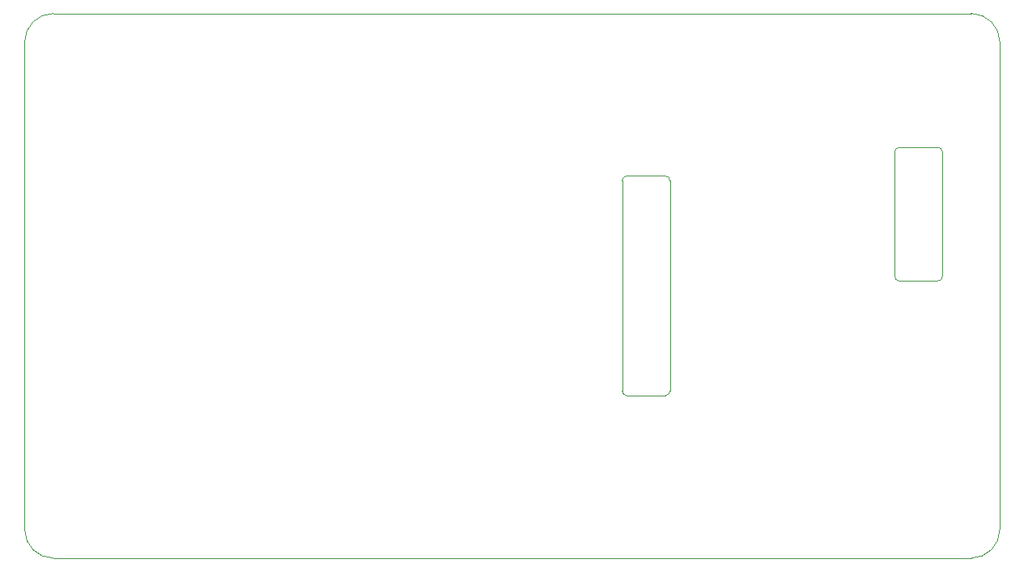
<source format=gm1>
G04 #@! TF.GenerationSoftware,KiCad,Pcbnew,(5.1.10-1-10_14)*
G04 #@! TF.CreationDate,2021-10-20T12:02:30-05:00*
G04 #@! TF.ProjectId,stepper_analyzer,73746570-7065-4725-9f61-6e616c797a65,rev?*
G04 #@! TF.SameCoordinates,Original*
G04 #@! TF.FileFunction,Profile,NP*
%FSLAX46Y46*%
G04 Gerber Fmt 4.6, Leading zero omitted, Abs format (unit mm)*
G04 Created by KiCad (PCBNEW (5.1.10-1-10_14)) date 2021-10-20 12:02:30*
%MOMM*%
%LPD*%
G01*
G04 APERTURE LIST*
G04 #@! TA.AperFunction,Profile*
%ADD10C,0.050000*%
G04 #@! TD*
G04 APERTURE END LIST*
D10*
X66500000Y39500000D02*
X66500000Y17500000D01*
X62000000Y17000000D02*
X66000000Y17000000D01*
X61500000Y39500000D02*
X61500000Y17500000D01*
X62000000Y40000000D02*
X66000000Y40000000D01*
X66500000Y17500000D02*
G75*
G02*
X66000000Y17000000I-500000J0D01*
G01*
X62000000Y17000000D02*
G75*
G02*
X61500000Y17500000I0J500000D01*
G01*
X61500000Y39500000D02*
G75*
G02*
X62000000Y40000000I500000J0D01*
G01*
X66000000Y40000000D02*
G75*
G02*
X66500000Y39500000I0J-500000D01*
G01*
X90500000Y43000000D02*
X94500000Y43000000D01*
X90000000Y42500000D02*
X90000000Y29500000D01*
X95000000Y42500000D02*
X95000000Y29500000D01*
X90500000Y29000000D02*
X94500000Y29000000D01*
X95000000Y29500000D02*
G75*
G02*
X94500000Y29000000I-500000J0D01*
G01*
X90500000Y29000000D02*
G75*
G02*
X90000000Y29500000I0J500000D01*
G01*
X94500000Y43000000D02*
G75*
G02*
X95000000Y42500000I0J-500000D01*
G01*
X90000000Y42500000D02*
G75*
G02*
X90500000Y43000000I500000J0D01*
G01*
X2000000Y0D02*
G75*
G02*
X-1000000Y3000000I0J3000000D01*
G01*
X101000000Y3000000D02*
G75*
G02*
X98000000Y0I-3000000J0D01*
G01*
X-1000000Y54000000D02*
G75*
G02*
X2000000Y57000000I3000000J0D01*
G01*
X98000000Y57000000D02*
G75*
G02*
X101000000Y54000000I0J-3000000D01*
G01*
X101000000Y3000000D02*
X101000000Y54000000D01*
X2000000Y57000000D02*
X98000000Y57000000D01*
X2000000Y0D02*
X98000000Y0D01*
X-1000000Y3000000D02*
X-1000000Y54000000D01*
M02*

</source>
